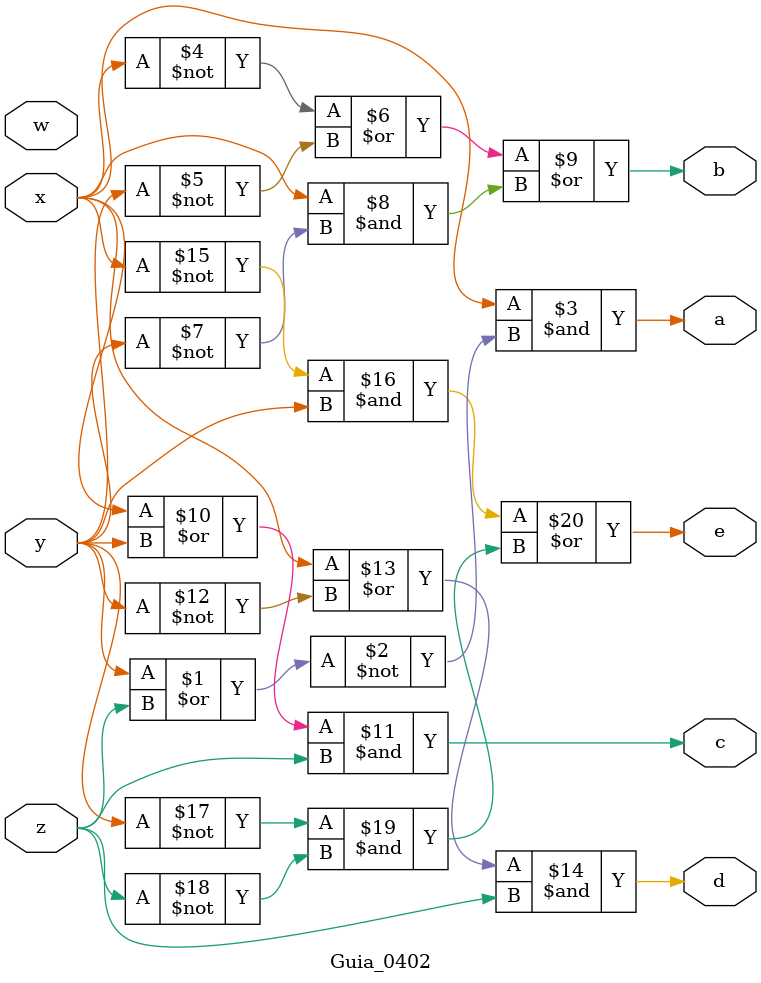
<source format=v>
module Guia_0402 (
    output a,
    output b,
    output c,
    output d,
    output e,
    input  x,
    y,
    z,
    w
);
  // Expressão a: x . ( y'+z' )'
  assign a = x & ~(y | z);

  // Expressão b: ( x' + y' ) + ( x . y' )
  assign b = (~x | ~y) | (x & ~y);

  // Expressão c: ( x' . y' )' . z'
  assign c = (x | y) & z;

  // Expressão d: ( x . y' )' . z
  assign d = (x | ~y) & z;

  // Expressão e: ( x' + y ) . ( y' + z')
  assign e = (~x & y) | (~y & ~z);
endmodule  // Guia_0402

</source>
